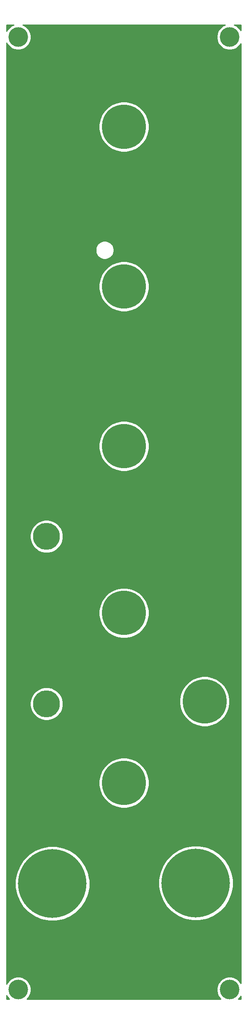
<source format=gbr>
%TF.GenerationSoftware,KiCad,Pcbnew,(5.1.12-1-10_14)*%
%TF.CreationDate,2021-12-12T18:06:01+01:00*%
%TF.ProjectId,sub_destroyer_panel,7375625f-6465-4737-9472-6f7965725f70,rev?*%
%TF.SameCoordinates,Original*%
%TF.FileFunction,Copper,L1,Top*%
%TF.FilePolarity,Positive*%
%FSLAX46Y46*%
G04 Gerber Fmt 4.6, Leading zero omitted, Abs format (unit mm)*
G04 Created by KiCad (PCBNEW (5.1.12-1-10_14)) date 2021-12-12 18:06:01*
%MOMM*%
%LPD*%
G01*
G04 APERTURE LIST*
%TA.AperFunction,ComponentPad*%
%ADD10C,4.000000*%
%TD*%
%TA.AperFunction,ComponentPad*%
%ADD11C,9.000000*%
%TD*%
%TA.AperFunction,ComponentPad*%
%ADD12C,5.500000*%
%TD*%
%TA.AperFunction,ComponentPad*%
%ADD13C,14.000000*%
%TD*%
%TA.AperFunction,NonConductor*%
%ADD14C,0.254000*%
%TD*%
%TA.AperFunction,NonConductor*%
%ADD15C,0.100000*%
%TD*%
G04 APERTURE END LIST*
D10*
%TO.P,REF\u002A\u002A,1*%
%TO.N,GND*%
X254100000Y-203000000D03*
X254100000Y-9000000D03*
%TD*%
%TO.P,REF\u002A\u002A,1*%
%TO.N,GND*%
X210900000Y-203000000D03*
X210900000Y-9000000D03*
%TD*%
D11*
%TO.P,REF\u002A\u002A,1*%
%TO.N,GND*%
X232500000Y-27300000D03*
%TD*%
%TO.P,REF\u002A\u002A,1*%
%TO.N,GND*%
X232500000Y-59800000D03*
%TD*%
%TO.P,REF\u002A\u002A,1*%
%TO.N,GND*%
X232500000Y-92300000D03*
%TD*%
%TO.P,REF\u002A\u002A,1*%
%TO.N,GND*%
X232500000Y-126300000D03*
%TD*%
%TO.P,REF\u002A\u002A,1*%
%TO.N,GND*%
X232500000Y-160900000D03*
%TD*%
%TO.P,REF\u002A\u002A,1*%
%TO.N,GND*%
X249000000Y-144300000D03*
%TD*%
D12*
%TO.P,REF\u002A\u002A,1*%
%TO.N,GND*%
X216700000Y-110700000D03*
%TD*%
%TO.P,REF\u002A\u002A,1*%
%TO.N,GND*%
X216700000Y-144800000D03*
%TD*%
D13*
%TO.P,REF\u002A\u002A,1*%
%TO.N,GND*%
X217900000Y-181400000D03*
%TD*%
%TO.P,REF\u002A\u002A,1*%
%TO.N,GND*%
X247200000Y-181300000D03*
%TD*%
D14*
X208564893Y-204248141D02*
X208853262Y-204679715D01*
X209078547Y-204905000D01*
X208527000Y-204905000D01*
X208527000Y-204156659D01*
X208564893Y-204248141D01*
%TA.AperFunction,NonConductor*%
D15*
G36*
X208564893Y-204248141D02*
G01*
X208853262Y-204679715D01*
X209078547Y-204905000D01*
X208527000Y-204905000D01*
X208527000Y-204156659D01*
X208564893Y-204248141D01*
G37*
%TD.AperFunction*%
D14*
X256373000Y-204905000D02*
X255921453Y-204905000D01*
X256146738Y-204679715D01*
X256373000Y-204341091D01*
X256373000Y-204905000D01*
%TA.AperFunction,NonConductor*%
D15*
G36*
X256373000Y-204905000D02*
G01*
X255921453Y-204905000D01*
X256146738Y-204679715D01*
X256373000Y-204341091D01*
X256373000Y-204905000D01*
G37*
%TD.AperFunction*%
D14*
X252851859Y-6664893D02*
X252420285Y-6953262D01*
X252053262Y-7320285D01*
X251764893Y-7751859D01*
X251566261Y-8231399D01*
X251465000Y-8740475D01*
X251465000Y-9259525D01*
X251566261Y-9768601D01*
X251764893Y-10248141D01*
X252053262Y-10679715D01*
X252420285Y-11046738D01*
X252851859Y-11335107D01*
X253331399Y-11533739D01*
X253840475Y-11635000D01*
X254359525Y-11635000D01*
X254868601Y-11533739D01*
X255348141Y-11335107D01*
X255779715Y-11046738D01*
X256146738Y-10679715D01*
X256373000Y-10341091D01*
X256373000Y-201658909D01*
X256146738Y-201320285D01*
X255779715Y-200953262D01*
X255348141Y-200664893D01*
X254868601Y-200466261D01*
X254359525Y-200365000D01*
X253840475Y-200365000D01*
X253331399Y-200466261D01*
X252851859Y-200664893D01*
X252420285Y-200953262D01*
X252053262Y-201320285D01*
X251764893Y-201751859D01*
X251566261Y-202231399D01*
X251465000Y-202740475D01*
X251465000Y-203259525D01*
X251566261Y-203768601D01*
X251764893Y-204248141D01*
X252053262Y-204679715D01*
X252278547Y-204905000D01*
X212721453Y-204905000D01*
X212946738Y-204679715D01*
X213235107Y-204248141D01*
X213433739Y-203768601D01*
X213535000Y-203259525D01*
X213535000Y-202740475D01*
X213433739Y-202231399D01*
X213235107Y-201751859D01*
X212946738Y-201320285D01*
X212579715Y-200953262D01*
X212148141Y-200664893D01*
X211668601Y-200466261D01*
X211159525Y-200365000D01*
X210640475Y-200365000D01*
X210131399Y-200466261D01*
X209651859Y-200664893D01*
X209220285Y-200953262D01*
X208853262Y-201320285D01*
X208564893Y-201751859D01*
X208527000Y-201843341D01*
X208527000Y-180648018D01*
X210265000Y-180648018D01*
X210265000Y-182151982D01*
X210558408Y-183627047D01*
X211133950Y-185016529D01*
X211969508Y-186267029D01*
X213032971Y-187330492D01*
X214283471Y-188166050D01*
X215672953Y-188741592D01*
X217148018Y-189035000D01*
X218651982Y-189035000D01*
X220127047Y-188741592D01*
X221516529Y-188166050D01*
X222767029Y-187330492D01*
X223830492Y-186267029D01*
X224666050Y-185016529D01*
X225241592Y-183627047D01*
X225535000Y-182151982D01*
X225535000Y-180648018D01*
X225515109Y-180548018D01*
X239565000Y-180548018D01*
X239565000Y-182051982D01*
X239858408Y-183527047D01*
X240433950Y-184916529D01*
X241269508Y-186167029D01*
X242332971Y-187230492D01*
X243583471Y-188066050D01*
X244972953Y-188641592D01*
X246448018Y-188935000D01*
X247951982Y-188935000D01*
X249427047Y-188641592D01*
X250816529Y-188066050D01*
X252067029Y-187230492D01*
X253130492Y-186167029D01*
X253966050Y-184916529D01*
X254541592Y-183527047D01*
X254835000Y-182051982D01*
X254835000Y-180548018D01*
X254541592Y-179072953D01*
X253966050Y-177683471D01*
X253130492Y-176432971D01*
X252067029Y-175369508D01*
X250816529Y-174533950D01*
X249427047Y-173958408D01*
X247951982Y-173665000D01*
X246448018Y-173665000D01*
X244972953Y-173958408D01*
X243583471Y-174533950D01*
X242332971Y-175369508D01*
X241269508Y-176432971D01*
X240433950Y-177683471D01*
X239858408Y-179072953D01*
X239565000Y-180548018D01*
X225515109Y-180548018D01*
X225241592Y-179172953D01*
X224666050Y-177783471D01*
X223830492Y-176532971D01*
X222767029Y-175469508D01*
X221516529Y-174633950D01*
X220127047Y-174058408D01*
X218651982Y-173765000D01*
X217148018Y-173765000D01*
X215672953Y-174058408D01*
X214283471Y-174633950D01*
X213032971Y-175469508D01*
X211969508Y-176532971D01*
X211133950Y-177783471D01*
X210558408Y-179172953D01*
X210265000Y-180648018D01*
X208527000Y-180648018D01*
X208527000Y-160394247D01*
X227365000Y-160394247D01*
X227365000Y-161405753D01*
X227562335Y-162397824D01*
X227949422Y-163332335D01*
X228511385Y-164173372D01*
X229226628Y-164888615D01*
X230067665Y-165450578D01*
X231002176Y-165837665D01*
X231994247Y-166035000D01*
X233005753Y-166035000D01*
X233997824Y-165837665D01*
X234932335Y-165450578D01*
X235773372Y-164888615D01*
X236488615Y-164173372D01*
X237050578Y-163332335D01*
X237437665Y-162397824D01*
X237635000Y-161405753D01*
X237635000Y-160394247D01*
X237437665Y-159402176D01*
X237050578Y-158467665D01*
X236488615Y-157626628D01*
X235773372Y-156911385D01*
X234932335Y-156349422D01*
X233997824Y-155962335D01*
X233005753Y-155765000D01*
X231994247Y-155765000D01*
X231002176Y-155962335D01*
X230067665Y-156349422D01*
X229226628Y-156911385D01*
X228511385Y-157626628D01*
X227949422Y-158467665D01*
X227562335Y-159402176D01*
X227365000Y-160394247D01*
X208527000Y-160394247D01*
X208527000Y-144466607D01*
X213315000Y-144466607D01*
X213315000Y-145133393D01*
X213445083Y-145787368D01*
X213700252Y-146403399D01*
X214070698Y-146957812D01*
X214542188Y-147429302D01*
X215096601Y-147799748D01*
X215712632Y-148054917D01*
X216366607Y-148185000D01*
X217033393Y-148185000D01*
X217687368Y-148054917D01*
X218303399Y-147799748D01*
X218857812Y-147429302D01*
X219329302Y-146957812D01*
X219699748Y-146403399D01*
X219954917Y-145787368D01*
X220085000Y-145133393D01*
X220085000Y-144466607D01*
X219954917Y-143812632D01*
X219947302Y-143794247D01*
X243865000Y-143794247D01*
X243865000Y-144805753D01*
X244062335Y-145797824D01*
X244449422Y-146732335D01*
X245011385Y-147573372D01*
X245726628Y-148288615D01*
X246567665Y-148850578D01*
X247502176Y-149237665D01*
X248494247Y-149435000D01*
X249505753Y-149435000D01*
X250497824Y-149237665D01*
X251432335Y-148850578D01*
X252273372Y-148288615D01*
X252988615Y-147573372D01*
X253550578Y-146732335D01*
X253937665Y-145797824D01*
X254135000Y-144805753D01*
X254135000Y-143794247D01*
X253937665Y-142802176D01*
X253550578Y-141867665D01*
X252988615Y-141026628D01*
X252273372Y-140311385D01*
X251432335Y-139749422D01*
X250497824Y-139362335D01*
X249505753Y-139165000D01*
X248494247Y-139165000D01*
X247502176Y-139362335D01*
X246567665Y-139749422D01*
X245726628Y-140311385D01*
X245011385Y-141026628D01*
X244449422Y-141867665D01*
X244062335Y-142802176D01*
X243865000Y-143794247D01*
X219947302Y-143794247D01*
X219699748Y-143196601D01*
X219329302Y-142642188D01*
X218857812Y-142170698D01*
X218303399Y-141800252D01*
X217687368Y-141545083D01*
X217033393Y-141415000D01*
X216366607Y-141415000D01*
X215712632Y-141545083D01*
X215096601Y-141800252D01*
X214542188Y-142170698D01*
X214070698Y-142642188D01*
X213700252Y-143196601D01*
X213445083Y-143812632D01*
X213315000Y-144466607D01*
X208527000Y-144466607D01*
X208527000Y-125794247D01*
X227365000Y-125794247D01*
X227365000Y-126805753D01*
X227562335Y-127797824D01*
X227949422Y-128732335D01*
X228511385Y-129573372D01*
X229226628Y-130288615D01*
X230067665Y-130850578D01*
X231002176Y-131237665D01*
X231994247Y-131435000D01*
X233005753Y-131435000D01*
X233997824Y-131237665D01*
X234932335Y-130850578D01*
X235773372Y-130288615D01*
X236488615Y-129573372D01*
X237050578Y-128732335D01*
X237437665Y-127797824D01*
X237635000Y-126805753D01*
X237635000Y-125794247D01*
X237437665Y-124802176D01*
X237050578Y-123867665D01*
X236488615Y-123026628D01*
X235773372Y-122311385D01*
X234932335Y-121749422D01*
X233997824Y-121362335D01*
X233005753Y-121165000D01*
X231994247Y-121165000D01*
X231002176Y-121362335D01*
X230067665Y-121749422D01*
X229226628Y-122311385D01*
X228511385Y-123026628D01*
X227949422Y-123867665D01*
X227562335Y-124802176D01*
X227365000Y-125794247D01*
X208527000Y-125794247D01*
X208527000Y-110366607D01*
X213315000Y-110366607D01*
X213315000Y-111033393D01*
X213445083Y-111687368D01*
X213700252Y-112303399D01*
X214070698Y-112857812D01*
X214542188Y-113329302D01*
X215096601Y-113699748D01*
X215712632Y-113954917D01*
X216366607Y-114085000D01*
X217033393Y-114085000D01*
X217687368Y-113954917D01*
X218303399Y-113699748D01*
X218857812Y-113329302D01*
X219329302Y-112857812D01*
X219699748Y-112303399D01*
X219954917Y-111687368D01*
X220085000Y-111033393D01*
X220085000Y-110366607D01*
X219954917Y-109712632D01*
X219699748Y-109096601D01*
X219329302Y-108542188D01*
X218857812Y-108070698D01*
X218303399Y-107700252D01*
X217687368Y-107445083D01*
X217033393Y-107315000D01*
X216366607Y-107315000D01*
X215712632Y-107445083D01*
X215096601Y-107700252D01*
X214542188Y-108070698D01*
X214070698Y-108542188D01*
X213700252Y-109096601D01*
X213445083Y-109712632D01*
X213315000Y-110366607D01*
X208527000Y-110366607D01*
X208527000Y-91794247D01*
X227365000Y-91794247D01*
X227365000Y-92805753D01*
X227562335Y-93797824D01*
X227949422Y-94732335D01*
X228511385Y-95573372D01*
X229226628Y-96288615D01*
X230067665Y-96850578D01*
X231002176Y-97237665D01*
X231994247Y-97435000D01*
X233005753Y-97435000D01*
X233997824Y-97237665D01*
X234932335Y-96850578D01*
X235773372Y-96288615D01*
X236488615Y-95573372D01*
X237050578Y-94732335D01*
X237437665Y-93797824D01*
X237635000Y-92805753D01*
X237635000Y-91794247D01*
X237437665Y-90802176D01*
X237050578Y-89867665D01*
X236488615Y-89026628D01*
X235773372Y-88311385D01*
X234932335Y-87749422D01*
X233997824Y-87362335D01*
X233005753Y-87165000D01*
X231994247Y-87165000D01*
X231002176Y-87362335D01*
X230067665Y-87749422D01*
X229226628Y-88311385D01*
X228511385Y-89026628D01*
X227949422Y-89867665D01*
X227562335Y-90802176D01*
X227365000Y-91794247D01*
X208527000Y-91794247D01*
X208527000Y-59294247D01*
X227365000Y-59294247D01*
X227365000Y-60305753D01*
X227562335Y-61297824D01*
X227949422Y-62232335D01*
X228511385Y-63073372D01*
X229226628Y-63788615D01*
X230067665Y-64350578D01*
X231002176Y-64737665D01*
X231994247Y-64935000D01*
X233005753Y-64935000D01*
X233997824Y-64737665D01*
X234932335Y-64350578D01*
X235773372Y-63788615D01*
X236488615Y-63073372D01*
X237050578Y-62232335D01*
X237437665Y-61297824D01*
X237635000Y-60305753D01*
X237635000Y-59294247D01*
X237437665Y-58302176D01*
X237050578Y-57367665D01*
X236488615Y-56526628D01*
X235773372Y-55811385D01*
X234932335Y-55249422D01*
X233997824Y-54862335D01*
X233005753Y-54665000D01*
X231994247Y-54665000D01*
X231002176Y-54862335D01*
X230067665Y-55249422D01*
X229226628Y-55811385D01*
X228511385Y-56526628D01*
X227949422Y-57367665D01*
X227562335Y-58302176D01*
X227365000Y-59294247D01*
X208527000Y-59294247D01*
X208527000Y-52214344D01*
X226715000Y-52214344D01*
X226715000Y-52585656D01*
X226787439Y-52949834D01*
X226929534Y-53292882D01*
X227135825Y-53601618D01*
X227398382Y-53864175D01*
X227707118Y-54070466D01*
X228050166Y-54212561D01*
X228414344Y-54285000D01*
X228785656Y-54285000D01*
X229149834Y-54212561D01*
X229492882Y-54070466D01*
X229801618Y-53864175D01*
X230064175Y-53601618D01*
X230270466Y-53292882D01*
X230412561Y-52949834D01*
X230485000Y-52585656D01*
X230485000Y-52214344D01*
X230412561Y-51850166D01*
X230270466Y-51507118D01*
X230064175Y-51198382D01*
X229801618Y-50935825D01*
X229492882Y-50729534D01*
X229149834Y-50587439D01*
X228785656Y-50515000D01*
X228414344Y-50515000D01*
X228050166Y-50587439D01*
X227707118Y-50729534D01*
X227398382Y-50935825D01*
X227135825Y-51198382D01*
X226929534Y-51507118D01*
X226787439Y-51850166D01*
X226715000Y-52214344D01*
X208527000Y-52214344D01*
X208527000Y-26794247D01*
X227365000Y-26794247D01*
X227365000Y-27805753D01*
X227562335Y-28797824D01*
X227949422Y-29732335D01*
X228511385Y-30573372D01*
X229226628Y-31288615D01*
X230067665Y-31850578D01*
X231002176Y-32237665D01*
X231994247Y-32435000D01*
X233005753Y-32435000D01*
X233997824Y-32237665D01*
X234932335Y-31850578D01*
X235773372Y-31288615D01*
X236488615Y-30573372D01*
X237050578Y-29732335D01*
X237437665Y-28797824D01*
X237635000Y-27805753D01*
X237635000Y-26794247D01*
X237437665Y-25802176D01*
X237050578Y-24867665D01*
X236488615Y-24026628D01*
X235773372Y-23311385D01*
X234932335Y-22749422D01*
X233997824Y-22362335D01*
X233005753Y-22165000D01*
X231994247Y-22165000D01*
X231002176Y-22362335D01*
X230067665Y-22749422D01*
X229226628Y-23311385D01*
X228511385Y-24026628D01*
X227949422Y-24867665D01*
X227562335Y-25802176D01*
X227365000Y-26794247D01*
X208527000Y-26794247D01*
X208527000Y-10156659D01*
X208564893Y-10248141D01*
X208853262Y-10679715D01*
X209220285Y-11046738D01*
X209651859Y-11335107D01*
X210131399Y-11533739D01*
X210640475Y-11635000D01*
X211159525Y-11635000D01*
X211668601Y-11533739D01*
X212148141Y-11335107D01*
X212579715Y-11046738D01*
X212946738Y-10679715D01*
X213235107Y-10248141D01*
X213433739Y-9768601D01*
X213535000Y-9259525D01*
X213535000Y-8740475D01*
X213433739Y-8231399D01*
X213235107Y-7751859D01*
X212946738Y-7320285D01*
X212579715Y-6953262D01*
X212148141Y-6664893D01*
X211815238Y-6527000D01*
X253184762Y-6527000D01*
X252851859Y-6664893D01*
%TA.AperFunction,NonConductor*%
D15*
G36*
X252851859Y-6664893D02*
G01*
X252420285Y-6953262D01*
X252053262Y-7320285D01*
X251764893Y-7751859D01*
X251566261Y-8231399D01*
X251465000Y-8740475D01*
X251465000Y-9259525D01*
X251566261Y-9768601D01*
X251764893Y-10248141D01*
X252053262Y-10679715D01*
X252420285Y-11046738D01*
X252851859Y-11335107D01*
X253331399Y-11533739D01*
X253840475Y-11635000D01*
X254359525Y-11635000D01*
X254868601Y-11533739D01*
X255348141Y-11335107D01*
X255779715Y-11046738D01*
X256146738Y-10679715D01*
X256373000Y-10341091D01*
X256373000Y-201658909D01*
X256146738Y-201320285D01*
X255779715Y-200953262D01*
X255348141Y-200664893D01*
X254868601Y-200466261D01*
X254359525Y-200365000D01*
X253840475Y-200365000D01*
X253331399Y-200466261D01*
X252851859Y-200664893D01*
X252420285Y-200953262D01*
X252053262Y-201320285D01*
X251764893Y-201751859D01*
X251566261Y-202231399D01*
X251465000Y-202740475D01*
X251465000Y-203259525D01*
X251566261Y-203768601D01*
X251764893Y-204248141D01*
X252053262Y-204679715D01*
X252278547Y-204905000D01*
X212721453Y-204905000D01*
X212946738Y-204679715D01*
X213235107Y-204248141D01*
X213433739Y-203768601D01*
X213535000Y-203259525D01*
X213535000Y-202740475D01*
X213433739Y-202231399D01*
X213235107Y-201751859D01*
X212946738Y-201320285D01*
X212579715Y-200953262D01*
X212148141Y-200664893D01*
X211668601Y-200466261D01*
X211159525Y-200365000D01*
X210640475Y-200365000D01*
X210131399Y-200466261D01*
X209651859Y-200664893D01*
X209220285Y-200953262D01*
X208853262Y-201320285D01*
X208564893Y-201751859D01*
X208527000Y-201843341D01*
X208527000Y-180648018D01*
X210265000Y-180648018D01*
X210265000Y-182151982D01*
X210558408Y-183627047D01*
X211133950Y-185016529D01*
X211969508Y-186267029D01*
X213032971Y-187330492D01*
X214283471Y-188166050D01*
X215672953Y-188741592D01*
X217148018Y-189035000D01*
X218651982Y-189035000D01*
X220127047Y-188741592D01*
X221516529Y-188166050D01*
X222767029Y-187330492D01*
X223830492Y-186267029D01*
X224666050Y-185016529D01*
X225241592Y-183627047D01*
X225535000Y-182151982D01*
X225535000Y-180648018D01*
X225515109Y-180548018D01*
X239565000Y-180548018D01*
X239565000Y-182051982D01*
X239858408Y-183527047D01*
X240433950Y-184916529D01*
X241269508Y-186167029D01*
X242332971Y-187230492D01*
X243583471Y-188066050D01*
X244972953Y-188641592D01*
X246448018Y-188935000D01*
X247951982Y-188935000D01*
X249427047Y-188641592D01*
X250816529Y-188066050D01*
X252067029Y-187230492D01*
X253130492Y-186167029D01*
X253966050Y-184916529D01*
X254541592Y-183527047D01*
X254835000Y-182051982D01*
X254835000Y-180548018D01*
X254541592Y-179072953D01*
X253966050Y-177683471D01*
X253130492Y-176432971D01*
X252067029Y-175369508D01*
X250816529Y-174533950D01*
X249427047Y-173958408D01*
X247951982Y-173665000D01*
X246448018Y-173665000D01*
X244972953Y-173958408D01*
X243583471Y-174533950D01*
X242332971Y-175369508D01*
X241269508Y-176432971D01*
X240433950Y-177683471D01*
X239858408Y-179072953D01*
X239565000Y-180548018D01*
X225515109Y-180548018D01*
X225241592Y-179172953D01*
X224666050Y-177783471D01*
X223830492Y-176532971D01*
X222767029Y-175469508D01*
X221516529Y-174633950D01*
X220127047Y-174058408D01*
X218651982Y-173765000D01*
X217148018Y-173765000D01*
X215672953Y-174058408D01*
X214283471Y-174633950D01*
X213032971Y-175469508D01*
X211969508Y-176532971D01*
X211133950Y-177783471D01*
X210558408Y-179172953D01*
X210265000Y-180648018D01*
X208527000Y-180648018D01*
X208527000Y-160394247D01*
X227365000Y-160394247D01*
X227365000Y-161405753D01*
X227562335Y-162397824D01*
X227949422Y-163332335D01*
X228511385Y-164173372D01*
X229226628Y-164888615D01*
X230067665Y-165450578D01*
X231002176Y-165837665D01*
X231994247Y-166035000D01*
X233005753Y-166035000D01*
X233997824Y-165837665D01*
X234932335Y-165450578D01*
X235773372Y-164888615D01*
X236488615Y-164173372D01*
X237050578Y-163332335D01*
X237437665Y-162397824D01*
X237635000Y-161405753D01*
X237635000Y-160394247D01*
X237437665Y-159402176D01*
X237050578Y-158467665D01*
X236488615Y-157626628D01*
X235773372Y-156911385D01*
X234932335Y-156349422D01*
X233997824Y-155962335D01*
X233005753Y-155765000D01*
X231994247Y-155765000D01*
X231002176Y-155962335D01*
X230067665Y-156349422D01*
X229226628Y-156911385D01*
X228511385Y-157626628D01*
X227949422Y-158467665D01*
X227562335Y-159402176D01*
X227365000Y-160394247D01*
X208527000Y-160394247D01*
X208527000Y-144466607D01*
X213315000Y-144466607D01*
X213315000Y-145133393D01*
X213445083Y-145787368D01*
X213700252Y-146403399D01*
X214070698Y-146957812D01*
X214542188Y-147429302D01*
X215096601Y-147799748D01*
X215712632Y-148054917D01*
X216366607Y-148185000D01*
X217033393Y-148185000D01*
X217687368Y-148054917D01*
X218303399Y-147799748D01*
X218857812Y-147429302D01*
X219329302Y-146957812D01*
X219699748Y-146403399D01*
X219954917Y-145787368D01*
X220085000Y-145133393D01*
X220085000Y-144466607D01*
X219954917Y-143812632D01*
X219947302Y-143794247D01*
X243865000Y-143794247D01*
X243865000Y-144805753D01*
X244062335Y-145797824D01*
X244449422Y-146732335D01*
X245011385Y-147573372D01*
X245726628Y-148288615D01*
X246567665Y-148850578D01*
X247502176Y-149237665D01*
X248494247Y-149435000D01*
X249505753Y-149435000D01*
X250497824Y-149237665D01*
X251432335Y-148850578D01*
X252273372Y-148288615D01*
X252988615Y-147573372D01*
X253550578Y-146732335D01*
X253937665Y-145797824D01*
X254135000Y-144805753D01*
X254135000Y-143794247D01*
X253937665Y-142802176D01*
X253550578Y-141867665D01*
X252988615Y-141026628D01*
X252273372Y-140311385D01*
X251432335Y-139749422D01*
X250497824Y-139362335D01*
X249505753Y-139165000D01*
X248494247Y-139165000D01*
X247502176Y-139362335D01*
X246567665Y-139749422D01*
X245726628Y-140311385D01*
X245011385Y-141026628D01*
X244449422Y-141867665D01*
X244062335Y-142802176D01*
X243865000Y-143794247D01*
X219947302Y-143794247D01*
X219699748Y-143196601D01*
X219329302Y-142642188D01*
X218857812Y-142170698D01*
X218303399Y-141800252D01*
X217687368Y-141545083D01*
X217033393Y-141415000D01*
X216366607Y-141415000D01*
X215712632Y-141545083D01*
X215096601Y-141800252D01*
X214542188Y-142170698D01*
X214070698Y-142642188D01*
X213700252Y-143196601D01*
X213445083Y-143812632D01*
X213315000Y-144466607D01*
X208527000Y-144466607D01*
X208527000Y-125794247D01*
X227365000Y-125794247D01*
X227365000Y-126805753D01*
X227562335Y-127797824D01*
X227949422Y-128732335D01*
X228511385Y-129573372D01*
X229226628Y-130288615D01*
X230067665Y-130850578D01*
X231002176Y-131237665D01*
X231994247Y-131435000D01*
X233005753Y-131435000D01*
X233997824Y-131237665D01*
X234932335Y-130850578D01*
X235773372Y-130288615D01*
X236488615Y-129573372D01*
X237050578Y-128732335D01*
X237437665Y-127797824D01*
X237635000Y-126805753D01*
X237635000Y-125794247D01*
X237437665Y-124802176D01*
X237050578Y-123867665D01*
X236488615Y-123026628D01*
X235773372Y-122311385D01*
X234932335Y-121749422D01*
X233997824Y-121362335D01*
X233005753Y-121165000D01*
X231994247Y-121165000D01*
X231002176Y-121362335D01*
X230067665Y-121749422D01*
X229226628Y-122311385D01*
X228511385Y-123026628D01*
X227949422Y-123867665D01*
X227562335Y-124802176D01*
X227365000Y-125794247D01*
X208527000Y-125794247D01*
X208527000Y-110366607D01*
X213315000Y-110366607D01*
X213315000Y-111033393D01*
X213445083Y-111687368D01*
X213700252Y-112303399D01*
X214070698Y-112857812D01*
X214542188Y-113329302D01*
X215096601Y-113699748D01*
X215712632Y-113954917D01*
X216366607Y-114085000D01*
X217033393Y-114085000D01*
X217687368Y-113954917D01*
X218303399Y-113699748D01*
X218857812Y-113329302D01*
X219329302Y-112857812D01*
X219699748Y-112303399D01*
X219954917Y-111687368D01*
X220085000Y-111033393D01*
X220085000Y-110366607D01*
X219954917Y-109712632D01*
X219699748Y-109096601D01*
X219329302Y-108542188D01*
X218857812Y-108070698D01*
X218303399Y-107700252D01*
X217687368Y-107445083D01*
X217033393Y-107315000D01*
X216366607Y-107315000D01*
X215712632Y-107445083D01*
X215096601Y-107700252D01*
X214542188Y-108070698D01*
X214070698Y-108542188D01*
X213700252Y-109096601D01*
X213445083Y-109712632D01*
X213315000Y-110366607D01*
X208527000Y-110366607D01*
X208527000Y-91794247D01*
X227365000Y-91794247D01*
X227365000Y-92805753D01*
X227562335Y-93797824D01*
X227949422Y-94732335D01*
X228511385Y-95573372D01*
X229226628Y-96288615D01*
X230067665Y-96850578D01*
X231002176Y-97237665D01*
X231994247Y-97435000D01*
X233005753Y-97435000D01*
X233997824Y-97237665D01*
X234932335Y-96850578D01*
X235773372Y-96288615D01*
X236488615Y-95573372D01*
X237050578Y-94732335D01*
X237437665Y-93797824D01*
X237635000Y-92805753D01*
X237635000Y-91794247D01*
X237437665Y-90802176D01*
X237050578Y-89867665D01*
X236488615Y-89026628D01*
X235773372Y-88311385D01*
X234932335Y-87749422D01*
X233997824Y-87362335D01*
X233005753Y-87165000D01*
X231994247Y-87165000D01*
X231002176Y-87362335D01*
X230067665Y-87749422D01*
X229226628Y-88311385D01*
X228511385Y-89026628D01*
X227949422Y-89867665D01*
X227562335Y-90802176D01*
X227365000Y-91794247D01*
X208527000Y-91794247D01*
X208527000Y-59294247D01*
X227365000Y-59294247D01*
X227365000Y-60305753D01*
X227562335Y-61297824D01*
X227949422Y-62232335D01*
X228511385Y-63073372D01*
X229226628Y-63788615D01*
X230067665Y-64350578D01*
X231002176Y-64737665D01*
X231994247Y-64935000D01*
X233005753Y-64935000D01*
X233997824Y-64737665D01*
X234932335Y-64350578D01*
X235773372Y-63788615D01*
X236488615Y-63073372D01*
X237050578Y-62232335D01*
X237437665Y-61297824D01*
X237635000Y-60305753D01*
X237635000Y-59294247D01*
X237437665Y-58302176D01*
X237050578Y-57367665D01*
X236488615Y-56526628D01*
X235773372Y-55811385D01*
X234932335Y-55249422D01*
X233997824Y-54862335D01*
X233005753Y-54665000D01*
X231994247Y-54665000D01*
X231002176Y-54862335D01*
X230067665Y-55249422D01*
X229226628Y-55811385D01*
X228511385Y-56526628D01*
X227949422Y-57367665D01*
X227562335Y-58302176D01*
X227365000Y-59294247D01*
X208527000Y-59294247D01*
X208527000Y-52214344D01*
X226715000Y-52214344D01*
X226715000Y-52585656D01*
X226787439Y-52949834D01*
X226929534Y-53292882D01*
X227135825Y-53601618D01*
X227398382Y-53864175D01*
X227707118Y-54070466D01*
X228050166Y-54212561D01*
X228414344Y-54285000D01*
X228785656Y-54285000D01*
X229149834Y-54212561D01*
X229492882Y-54070466D01*
X229801618Y-53864175D01*
X230064175Y-53601618D01*
X230270466Y-53292882D01*
X230412561Y-52949834D01*
X230485000Y-52585656D01*
X230485000Y-52214344D01*
X230412561Y-51850166D01*
X230270466Y-51507118D01*
X230064175Y-51198382D01*
X229801618Y-50935825D01*
X229492882Y-50729534D01*
X229149834Y-50587439D01*
X228785656Y-50515000D01*
X228414344Y-50515000D01*
X228050166Y-50587439D01*
X227707118Y-50729534D01*
X227398382Y-50935825D01*
X227135825Y-51198382D01*
X226929534Y-51507118D01*
X226787439Y-51850166D01*
X226715000Y-52214344D01*
X208527000Y-52214344D01*
X208527000Y-26794247D01*
X227365000Y-26794247D01*
X227365000Y-27805753D01*
X227562335Y-28797824D01*
X227949422Y-29732335D01*
X228511385Y-30573372D01*
X229226628Y-31288615D01*
X230067665Y-31850578D01*
X231002176Y-32237665D01*
X231994247Y-32435000D01*
X233005753Y-32435000D01*
X233997824Y-32237665D01*
X234932335Y-31850578D01*
X235773372Y-31288615D01*
X236488615Y-30573372D01*
X237050578Y-29732335D01*
X237437665Y-28797824D01*
X237635000Y-27805753D01*
X237635000Y-26794247D01*
X237437665Y-25802176D01*
X237050578Y-24867665D01*
X236488615Y-24026628D01*
X235773372Y-23311385D01*
X234932335Y-22749422D01*
X233997824Y-22362335D01*
X233005753Y-22165000D01*
X231994247Y-22165000D01*
X231002176Y-22362335D01*
X230067665Y-22749422D01*
X229226628Y-23311385D01*
X228511385Y-24026628D01*
X227949422Y-24867665D01*
X227562335Y-25802176D01*
X227365000Y-26794247D01*
X208527000Y-26794247D01*
X208527000Y-10156659D01*
X208564893Y-10248141D01*
X208853262Y-10679715D01*
X209220285Y-11046738D01*
X209651859Y-11335107D01*
X210131399Y-11533739D01*
X210640475Y-11635000D01*
X211159525Y-11635000D01*
X211668601Y-11533739D01*
X212148141Y-11335107D01*
X212579715Y-11046738D01*
X212946738Y-10679715D01*
X213235107Y-10248141D01*
X213433739Y-9768601D01*
X213535000Y-9259525D01*
X213535000Y-8740475D01*
X213433739Y-8231399D01*
X213235107Y-7751859D01*
X212946738Y-7320285D01*
X212579715Y-6953262D01*
X212148141Y-6664893D01*
X211815238Y-6527000D01*
X253184762Y-6527000D01*
X252851859Y-6664893D01*
G37*
%TD.AperFunction*%
D14*
X209651859Y-6664893D02*
X209220285Y-6953262D01*
X208853262Y-7320285D01*
X208564893Y-7751859D01*
X208527000Y-7843341D01*
X208527000Y-6527000D01*
X209984762Y-6527000D01*
X209651859Y-6664893D01*
%TA.AperFunction,NonConductor*%
D15*
G36*
X209651859Y-6664893D02*
G01*
X209220285Y-6953262D01*
X208853262Y-7320285D01*
X208564893Y-7751859D01*
X208527000Y-7843341D01*
X208527000Y-6527000D01*
X209984762Y-6527000D01*
X209651859Y-6664893D01*
G37*
%TD.AperFunction*%
D14*
X256373000Y-7658909D02*
X256146738Y-7320285D01*
X255779715Y-6953262D01*
X255348141Y-6664893D01*
X255015238Y-6527000D01*
X256373000Y-6527000D01*
X256373000Y-7658909D01*
%TA.AperFunction,NonConductor*%
D15*
G36*
X256373000Y-7658909D02*
G01*
X256146738Y-7320285D01*
X255779715Y-6953262D01*
X255348141Y-6664893D01*
X255015238Y-6527000D01*
X256373000Y-6527000D01*
X256373000Y-7658909D01*
G37*
%TD.AperFunction*%
M02*

</source>
